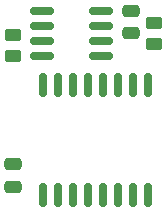
<source format=gtp>
%TF.GenerationSoftware,KiCad,Pcbnew,(6.0.5)*%
%TF.CreationDate,2024-07-06T21:03:59+02:00*%
%TF.ProjectId,pmod_mem_2v0,706d6f64-5f6d-4656-9d5f-3276302e6b69,rev?*%
%TF.SameCoordinates,Original*%
%TF.FileFunction,Paste,Top*%
%TF.FilePolarity,Positive*%
%FSLAX46Y46*%
G04 Gerber Fmt 4.6, Leading zero omitted, Abs format (unit mm)*
G04 Created by KiCad (PCBNEW (6.0.5)) date 2024-07-06 21:03:59*
%MOMM*%
%LPD*%
G01*
G04 APERTURE LIST*
G04 Aperture macros list*
%AMRoundRect*
0 Rectangle with rounded corners*
0 $1 Rounding radius*
0 $2 $3 $4 $5 $6 $7 $8 $9 X,Y pos of 4 corners*
0 Add a 4 corners polygon primitive as box body*
4,1,4,$2,$3,$4,$5,$6,$7,$8,$9,$2,$3,0*
0 Add four circle primitives for the rounded corners*
1,1,$1+$1,$2,$3*
1,1,$1+$1,$4,$5*
1,1,$1+$1,$6,$7*
1,1,$1+$1,$8,$9*
0 Add four rect primitives between the rounded corners*
20,1,$1+$1,$2,$3,$4,$5,0*
20,1,$1+$1,$4,$5,$6,$7,0*
20,1,$1+$1,$6,$7,$8,$9,0*
20,1,$1+$1,$8,$9,$2,$3,0*%
G04 Aperture macros list end*
%ADD10RoundRect,0.250000X-0.475000X0.250000X-0.475000X-0.250000X0.475000X-0.250000X0.475000X0.250000X0*%
%ADD11RoundRect,0.150000X0.150000X-0.875000X0.150000X0.875000X-0.150000X0.875000X-0.150000X-0.875000X0*%
%ADD12RoundRect,0.250000X-0.450000X0.262500X-0.450000X-0.262500X0.450000X-0.262500X0.450000X0.262500X0*%
%ADD13RoundRect,0.250000X0.475000X-0.250000X0.475000X0.250000X-0.475000X0.250000X-0.475000X-0.250000X0*%
%ADD14RoundRect,0.150000X-0.825000X-0.150000X0.825000X-0.150000X0.825000X0.150000X-0.825000X0.150000X0*%
G04 APERTURE END LIST*
D10*
%TO.C,C2*%
X158000000Y-93050000D03*
X158000000Y-94950000D03*
%TD*%
D11*
%TO.C,U2*%
X150555000Y-108650000D03*
X151825000Y-108650000D03*
X153095000Y-108650000D03*
X154365000Y-108650000D03*
X155635000Y-108650000D03*
X156905000Y-108650000D03*
X158175000Y-108650000D03*
X159445000Y-108650000D03*
X159445000Y-99350000D03*
X158175000Y-99350000D03*
X156905000Y-99350000D03*
X155635000Y-99350000D03*
X154365000Y-99350000D03*
X153095000Y-99350000D03*
X151825000Y-99350000D03*
X150555000Y-99350000D03*
%TD*%
D12*
%TO.C,R2*%
X160000000Y-94087500D03*
X160000000Y-95912500D03*
%TD*%
D13*
%TO.C,C1*%
X148000000Y-107950000D03*
X148000000Y-106050000D03*
%TD*%
D12*
%TO.C,R1*%
X148000000Y-95087500D03*
X148000000Y-96912500D03*
%TD*%
D14*
%TO.C,U1*%
X150525000Y-93095000D03*
X150525000Y-94365000D03*
X150525000Y-95635000D03*
X150525000Y-96905000D03*
X155475000Y-96905000D03*
X155475000Y-95635000D03*
X155475000Y-94365000D03*
X155475000Y-93095000D03*
%TD*%
M02*

</source>
